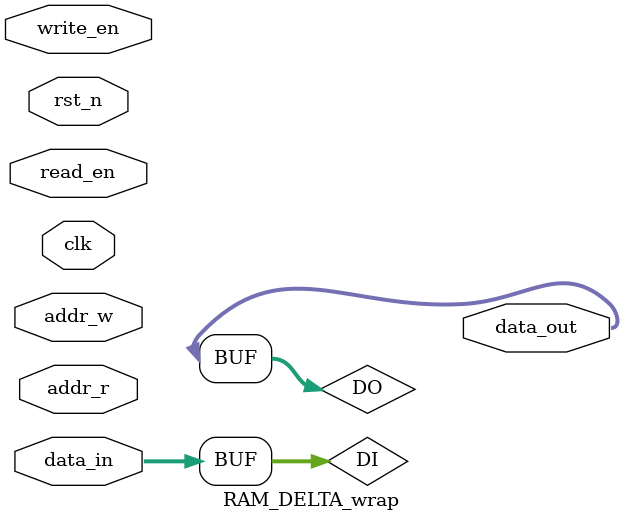
<source format=v>
`ifdef DELAY_SRAM
`timescale 1ns/1ps
`endif
module RAM_DELTA_wrap #(
    parameter SRAM_DEPTH_BIT = 6,
    parameter SRAM_DEPTH = 2 ** SRAM_DEPTH_BIT,
    parameter SRAM_WIDTH = 28,
    parameter BYTES      = 2,
    parameter KEEP_DATA  = 0,
    parameter INIT_IF    = "no",
    parameter INIT_FILE  = ""
)(
    input  clk,
    input  rst_n,
    input  [SRAM_DEPTH_BIT -1 :0] addr_r, 
    input  [SRAM_DEPTH_BIT -1 :0] addr_w,
    input  read_en,
    input  write_en,
    input  [SRAM_WIDTH     -1 :0] data_in,
    output [SRAM_WIDTH     -1 :0] data_out
);

// ******************************************************************
// INSTANTIATIONS
// ******************************************************************
`ifdef SYNTH_MINI
reg [SRAM_WIDTH  - 1 : 0]mem[0 : SRAM_DEPTH - 1];
reg [SRAM_WIDTH  - 1 : 0]data_out_reg;
initial begin
  if (INIT_IF == "yes") begin
    $readmemh(INIT_FILE, mem, 0, SRAM_DEPTH-1);
  end
end

always @(posedge clk) begin
    if (read_en) begin
        data_out_reg <= mem[addr_r];
    end
end
assign data_out = data_out_reg;

always @(posedge clk) begin
    if (write_en) begin
        mem[addr_w] <= data_in;
    end
end

`else

wire [SRAM_DEPTH_BIT - 1 : 0] Addr = write_en ? addr_w : addr_r;

// ******************* Delay for sim ********************************************
wire [ SRAM_DEPTH_BIT          -1 : 0] A;
wire [ SRAM_WIDTH              -1 : 0] DI;
wire [ BYTES                   -1 : 0] WEB;
wire                                   CSB;
wire [ SRAM_WIDTH              -1 : 0] DO;

// delay 1/2 clock period
`ifdef DELAY_SRAM
`define CLOCK_PERIOD_ASIC 10
    assign #(`CLOCK_PERIOD_ASIC/2) A = Addr;
    assign #(`CLOCK_PERIOD_ASIC/2) DI = data_in[SRAM_WIDTH -1 : 0];
    assign #(`CLOCK_PERIOD_ASIC/2) WEB= ~write_en ? {BYTES{1'b1}} : {BYTES{1'b0}};
    assign #(`CLOCK_PERIOD_ASIC/2) CSB = (~write_en)&(~read_en);
`else
    assign  A   = Addr;
    assign  DI  = data_in[SRAM_WIDTH -1 : 0];
    assign  WEB = ~write_en ? {BYTES{1'b1}} : {BYTES{1'b0}};
    assign  CSB = (~write_en)&(~read_en);
`endif

generate 
	  if( KEEP_DATA == 1 )begin : RAM_DO_BLOCK
	      reg [ SRAM_WIDTH -1 : 0] DO_d;
	      reg read_en_d;
	      always @( posedge clk) begin
	          if( read_en_d )                     
	              DO_d <= DO;
	      end
	      always @ ( posedge clk or negedge rst_n )begin
            if( ~rst_n )
                read_en_d <= 'd0;
            else 
                read_en_d <= read_en;
        end
        
	      assign data_out = read_en_d ? DO : DO_d;
    
    end
	  else begin
        assign data_out = DO;
    end
endgenerate

// ******************************************************************************
genvar gen_i;
generate
    if( SRAM_DEPTH_BIT == 6 && SRAM_WIDTH == 128 ) begin
    	  SYLA55_64X32X4CM2 RAM_DELTA0(
            .A       (  A     ),
            .DO      (  DO    ),
            .DI      (  DI    ),
            .DVSE    (  1'b0  ),
            .DVS     (  4'b0  ),
            .WEB     (  WEB   ),
            .CK      (  clk   ),
            .CSB     (  CSB   )
       );
    end
    else if( SRAM_DEPTH_BIT == 8 && SRAM_WIDTH == 8 ) begin
    	  SYLA55_256X8X1CM4 RAM_DELTA1(
            .A       (  A     ),
            .DO      (  DO    ),
            .DI      (  DI    ),
            .DVSE    (  1'b0  ),
            .DVS     (  4'b0  ),
            .WEB     (  WEB   ),
            .CK      (  clk   ),
            .CSB     (  CSB   )
       );
    end     
    else if( SRAM_DEPTH_BIT == 8 && SRAM_WIDTH == 128 ) begin
    	  SYLA55_256X32X4CM2 RAM_DELTA2(
            .A       (  A     ),
            .DO      (  DO    ),
            .DI      (  DI    ),
            .DVSE    (  1'b0  ),
            .DVS     (  4'b0  ),
            .WEB     (  WEB   ),
            .CK      (  clk   ),
            .CSB     (  CSB   )
       );
    end

endgenerate

`endif

endmodule

</source>
